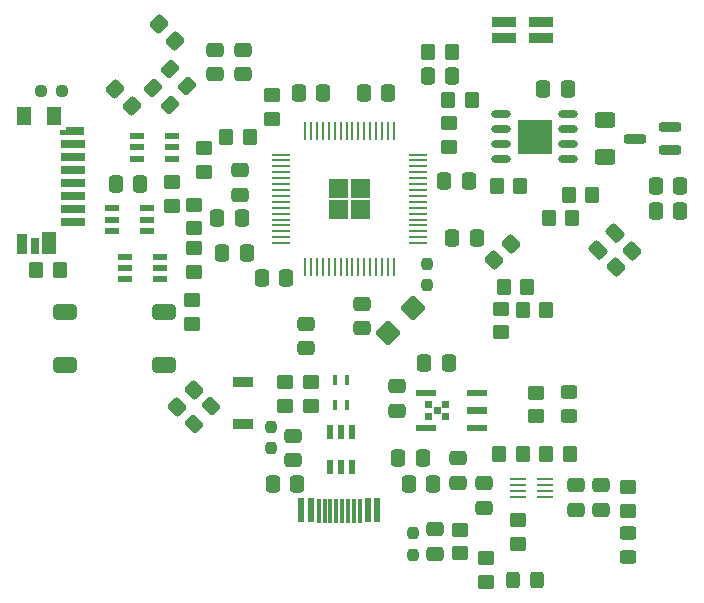
<source format=gbr>
%TF.GenerationSoftware,KiCad,Pcbnew,9.0.3*%
%TF.CreationDate,2026-02-24T03:06:21-05:00*%
%TF.ProjectId,ShamanLink_Rev1,5368616d-616e-44c6-996e-6b5f52657631,rev?*%
%TF.SameCoordinates,Original*%
%TF.FileFunction,Paste,Top*%
%TF.FilePolarity,Positive*%
%FSLAX46Y46*%
G04 Gerber Fmt 4.6, Leading zero omitted, Abs format (unit mm)*
G04 Created by KiCad (PCBNEW 9.0.3) date 2026-02-24 03:06:21*
%MOMM*%
%LPD*%
G01*
G04 APERTURE LIST*
G04 Aperture macros list*
%AMRoundRect*
0 Rectangle with rounded corners*
0 $1 Rounding radius*
0 $2 $3 $4 $5 $6 $7 $8 $9 X,Y pos of 4 corners*
0 Add a 4 corners polygon primitive as box body*
4,1,4,$2,$3,$4,$5,$6,$7,$8,$9,$2,$3,0*
0 Add four circle primitives for the rounded corners*
1,1,$1+$1,$2,$3*
1,1,$1+$1,$4,$5*
1,1,$1+$1,$6,$7*
1,1,$1+$1,$8,$9*
0 Add four rect primitives between the rounded corners*
20,1,$1+$1,$2,$3,$4,$5,0*
20,1,$1+$1,$4,$5,$6,$7,0*
20,1,$1+$1,$6,$7,$8,$9,0*
20,1,$1+$1,$8,$9,$2,$3,0*%
%AMFreePoly0*
4,1,19,0.365000,-0.800000,0.350000,-0.800000,0.350000,-1.205000,0.348079,-1.224509,0.333147,-1.260557,0.305557,-1.288147,0.269509,-1.303079,0.250000,-1.305000,0.020000,-1.305000,0.000491,-1.303079,-0.035557,-1.288147,-0.063147,-1.260557,-0.078079,-1.224509,-0.080000,-1.205000,-0.080000,-0.800000,-0.365000,-0.800000,-0.365000,0.800000,0.365000,0.800000,0.365000,-0.800000,0.365000,-0.800000,
$1*%
G04 Aperture macros list end*
%ADD10C,0.100000*%
%ADD11C,0.000000*%
%ADD12R,0.600000X2.030000*%
%ADD13R,0.300000X2.150000*%
%ADD14R,0.610000X2.030000*%
%ADD15O,1.649999X0.650001*%
%ADD16R,3.000000X3.000000*%
%ADD17R,2.000000X0.700000*%
%ADD18FreePoly0,270.000000*%
%ADD19R,1.200000X1.550000*%
%ADD20R,0.900000X1.800000*%
%ADD21R,0.635000X1.400000*%
%ADD22R,1.200000X1.850000*%
%ADD23R,2.000000X0.900000*%
%ADD24R,1.412800X0.228600*%
%ADD25RoundRect,0.237500X-0.237500X0.250000X-0.237500X-0.250000X0.237500X-0.250000X0.237500X0.250000X0*%
%ADD26RoundRect,0.250000X-0.337500X-0.475000X0.337500X-0.475000X0.337500X0.475000X-0.337500X0.475000X0*%
%ADD27RoundRect,0.250000X0.337500X0.475000X-0.337500X0.475000X-0.337500X-0.475000X0.337500X-0.475000X0*%
%ADD28RoundRect,0.250000X0.475000X-0.337500X0.475000X0.337500X-0.475000X0.337500X-0.475000X-0.337500X0*%
%ADD29RoundRect,0.250000X0.450000X-0.350000X0.450000X0.350000X-0.450000X0.350000X-0.450000X-0.350000X0*%
%ADD30RoundRect,0.250000X-0.450000X0.350000X-0.450000X-0.350000X0.450000X-0.350000X0.450000X0.350000X0*%
%ADD31RoundRect,0.250000X-0.475000X0.337500X-0.475000X-0.337500X0.475000X-0.337500X0.475000X0.337500X0*%
%ADD32R,1.181100X0.558800*%
%ADD33R,1.743000X0.533400*%
%ADD34RoundRect,0.237500X0.250000X0.237500X-0.250000X0.237500X-0.250000X-0.237500X0.250000X-0.237500X0*%
%ADD35RoundRect,0.250000X0.350000X0.450000X-0.350000X0.450000X-0.350000X-0.450000X0.350000X-0.450000X0*%
%ADD36RoundRect,0.250000X0.548008X0.088388X0.088388X0.548008X-0.548008X-0.088388X-0.088388X-0.548008X0*%
%ADD37RoundRect,0.250000X0.450000X-0.325000X0.450000X0.325000X-0.450000X0.325000X-0.450000X-0.325000X0*%
%ADD38R,0.349200X0.856400*%
%ADD39RoundRect,0.240000X-0.791960X0.000000X0.000000X-0.791960X0.791960X0.000000X0.000000X0.791960X0*%
%ADD40RoundRect,0.250000X-0.350000X-0.450000X0.350000X-0.450000X0.350000X0.450000X-0.350000X0.450000X0*%
%ADD41RoundRect,0.250000X-0.088388X0.548008X-0.548008X0.088388X0.088388X-0.548008X0.548008X-0.088388X0*%
%ADD42RoundRect,0.250000X0.097227X-0.574524X0.574524X-0.097227X-0.097227X0.574524X-0.574524X0.097227X0*%
%ADD43RoundRect,0.250000X-0.725000X-0.400000X0.725000X-0.400000X0.725000X0.400000X-0.725000X0.400000X0*%
%ADD44RoundRect,0.237500X0.237500X-0.250000X0.237500X0.250000X-0.237500X0.250000X-0.237500X-0.250000X0*%
%ADD45RoundRect,0.250000X-0.070711X0.565685X-0.565685X0.070711X0.070711X-0.565685X0.565685X-0.070711X0*%
%ADD46RoundRect,0.250000X-0.565685X-0.070711X-0.070711X-0.565685X0.565685X0.070711X0.070711X0.565685X0*%
%ADD47RoundRect,0.250000X0.625000X-0.400000X0.625000X0.400000X-0.625000X0.400000X-0.625000X-0.400000X0*%
%ADD48R,1.549400X0.279400*%
%ADD49R,0.279400X1.549400*%
%ADD50R,1.727200X0.889000*%
%ADD51RoundRect,0.250000X0.070711X-0.565685X0.565685X-0.070711X-0.070711X0.565685X-0.565685X0.070711X0*%
%ADD52R,0.558800X1.181100*%
%ADD53RoundRect,0.250000X0.325000X0.450000X-0.325000X0.450000X-0.325000X-0.450000X0.325000X-0.450000X0*%
%ADD54RoundRect,0.200000X0.750000X0.200000X-0.750000X0.200000X-0.750000X-0.200000X0.750000X-0.200000X0*%
G04 APERTURE END LIST*
D10*
%TO.C,U3*%
X112616900Y-103650000D02*
X112116900Y-103650000D01*
X112116900Y-103150000D01*
X112616900Y-103150000D01*
X112616900Y-103650000D01*
G36*
X112616900Y-103650000D02*
G01*
X112116900Y-103650000D01*
X112116900Y-103150000D01*
X112616900Y-103150000D01*
X112616900Y-103650000D01*
G37*
X112616900Y-104650000D02*
X112116900Y-104650000D01*
X112116900Y-104150000D01*
X112616900Y-104150000D01*
X112616900Y-104650000D01*
G36*
X112616900Y-104650000D02*
G01*
X112116900Y-104650000D01*
X112116900Y-104150000D01*
X112616900Y-104150000D01*
X112616900Y-104650000D01*
G37*
X113366900Y-104150000D02*
X112866900Y-104150000D01*
X112866900Y-103650000D01*
X113366900Y-103650000D01*
X113366900Y-104150000D01*
G36*
X113366900Y-104150000D02*
G01*
X112866900Y-104150000D01*
X112866900Y-103650000D01*
X113366900Y-103650000D01*
X113366900Y-104150000D01*
G37*
X114116900Y-103650000D02*
X113616900Y-103650000D01*
X113616900Y-103150000D01*
X114116900Y-103150000D01*
X114116900Y-103650000D01*
G36*
X114116900Y-103650000D02*
G01*
X113616900Y-103650000D01*
X113616900Y-103150000D01*
X114116900Y-103150000D01*
X114116900Y-103650000D01*
G37*
X114116900Y-104650000D02*
X113616900Y-104650000D01*
X113616900Y-104150000D01*
X114116900Y-104150000D01*
X114116900Y-104650000D01*
G36*
X114116900Y-104650000D02*
G01*
X113616900Y-104650000D01*
X113616900Y-104150000D01*
X114116900Y-104150000D01*
X114116900Y-104650000D01*
G37*
D11*
G36*
X117408800Y-104200000D02*
G01*
X115658800Y-104200000D01*
X115658800Y-103600000D01*
X117408800Y-103600000D01*
X117408800Y-104200000D01*
G37*
%TO.C,U1*%
G36*
X105650000Y-85900000D02*
G01*
X104046600Y-85900000D01*
X104046600Y-84296600D01*
X105650000Y-84296600D01*
X105650000Y-85900000D01*
G37*
G36*
X105650000Y-87703400D02*
G01*
X104046600Y-87703400D01*
X104046600Y-86100000D01*
X105650000Y-86100000D01*
X105650000Y-87703400D01*
G37*
G36*
X107453400Y-85900000D02*
G01*
X105850000Y-85900000D01*
X105850000Y-84296600D01*
X107453400Y-84296600D01*
X107453400Y-85900000D01*
G37*
G36*
X107453400Y-87703400D02*
G01*
X105850000Y-87703400D01*
X105850000Y-86100000D01*
X107453400Y-86100000D01*
X107453400Y-87703400D01*
G37*
%TD*%
D12*
%TO.C,J6*%
X101680000Y-112365000D03*
X102480000Y-112365000D03*
D13*
X103630000Y-112425000D03*
X104630000Y-112425000D03*
X105130000Y-112425000D03*
X106130000Y-112425000D03*
D14*
X108090000Y-112365000D03*
D12*
X107280000Y-112365000D03*
D13*
X106630000Y-112425000D03*
X105630000Y-112425000D03*
X104130000Y-112425000D03*
X103130000Y-112425000D03*
%TD*%
D15*
%TO.C,U2*%
X118600000Y-78830000D03*
X118600000Y-80100000D03*
X118600000Y-81370000D03*
X118600000Y-82640000D03*
X124249999Y-82640000D03*
X124249999Y-81370000D03*
X124249999Y-80100000D03*
X124249999Y-78830000D03*
D16*
X121425001Y-80735000D03*
%TD*%
D17*
%TO.C,J3*%
X82315000Y-87950000D03*
X82315000Y-86850000D03*
X82315000Y-85750000D03*
X82315000Y-84650000D03*
X82315000Y-83550000D03*
X82315000Y-82450000D03*
X82315000Y-81350000D03*
D18*
X82520000Y-80260000D03*
D19*
X80765000Y-78975000D03*
X78175000Y-78975000D03*
D20*
X78025000Y-89800000D03*
D21*
X79142500Y-90000000D03*
D22*
X80325000Y-89775000D03*
%TD*%
D23*
%TO.C,TEST1*%
X121950000Y-71000000D03*
X121950000Y-72400000D03*
X118850000Y-71000000D03*
X118850000Y-72400000D03*
%TD*%
D24*
%TO.C,U4*%
X122300000Y-111200002D03*
X122300000Y-110700001D03*
X122300000Y-110200001D03*
X122300000Y-109700000D03*
X119999998Y-109700000D03*
X119999998Y-110200001D03*
X119999998Y-110700001D03*
X119999998Y-111200002D03*
%TD*%
D25*
%TO.C,FB2*%
X112300000Y-91487500D03*
X112300000Y-93312500D03*
%TD*%
D26*
%TO.C,C4*%
X112062500Y-99900000D03*
X114137500Y-99900000D03*
%TD*%
D27*
%TO.C,C37*%
X133737500Y-87000000D03*
X131662500Y-87000000D03*
%TD*%
D28*
%TO.C,C34*%
X101000000Y-108137500D03*
X101000000Y-106062500D03*
%TD*%
%TO.C,C36*%
X113000000Y-116037500D03*
X113000000Y-113962500D03*
%TD*%
D29*
%TO.C,R33*%
X115100000Y-116000000D03*
X115100000Y-114000000D03*
%TD*%
D27*
%TO.C,C27*%
X124237500Y-76700000D03*
X122162500Y-76700000D03*
%TD*%
%TO.C,C3*%
X101337500Y-110100000D03*
X99262500Y-110100000D03*
%TD*%
%TO.C,C17*%
X111937500Y-107900000D03*
X109862500Y-107900000D03*
%TD*%
D30*
%TO.C,R8*%
X92600000Y-90200000D03*
X92600000Y-92200000D03*
%TD*%
D31*
%TO.C,C16*%
X109800000Y-101862500D03*
X109800000Y-103937500D03*
%TD*%
D30*
%TO.C,R9*%
X90700000Y-84600000D03*
X90700000Y-86600000D03*
%TD*%
D27*
%TO.C,C18*%
X112837500Y-110100000D03*
X110762500Y-110100000D03*
%TD*%
D32*
%TO.C,CR1*%
X90700000Y-82600000D03*
X90700000Y-81649999D03*
X90700000Y-80699998D03*
X87766300Y-80699998D03*
X87766300Y-81649999D03*
X87766300Y-82600000D03*
%TD*%
D33*
%TO.C,U3*%
X116533800Y-105400000D03*
X116533800Y-102400000D03*
X112200000Y-102400000D03*
X112200000Y-105400000D03*
%TD*%
D34*
%TO.C,FB6*%
X81412500Y-76900000D03*
X79587500Y-76900000D03*
%TD*%
D35*
%TO.C,R18*%
X122400000Y-95400000D03*
X120400000Y-95400000D03*
%TD*%
D26*
%TO.C,C41*%
X114462500Y-89300000D03*
X116537500Y-89300000D03*
%TD*%
D36*
%TO.C,RS485RX1*%
X92024784Y-76424784D03*
X90575216Y-74975216D03*
%TD*%
D37*
%TO.C,5V1*%
X124300000Y-104425000D03*
X124300000Y-102375000D03*
%TD*%
D28*
%TO.C,C12*%
X96500000Y-85637500D03*
X96500000Y-83562500D03*
%TD*%
D29*
%TO.C,R14*%
X114200000Y-81600000D03*
X114200000Y-79600000D03*
%TD*%
D26*
%TO.C,C28*%
X112362500Y-75600000D03*
X114437500Y-75600000D03*
%TD*%
D38*
%TO.C,L2*%
X104500002Y-103456400D03*
X104500002Y-101300000D03*
X105500000Y-101300000D03*
X105500000Y-103456400D03*
%TD*%
D31*
%TO.C,C24*%
X124900000Y-110262500D03*
X124900000Y-112337500D03*
%TD*%
D39*
%TO.C,L1*%
X109040000Y-97360000D03*
X111160000Y-95240000D03*
%TD*%
D35*
%TO.C,R21*%
X97300000Y-80800000D03*
X95300000Y-80800000D03*
%TD*%
D40*
%TO.C,R7*%
X118400000Y-107600000D03*
X120400000Y-107600000D03*
%TD*%
D27*
%TO.C,C9*%
X97037500Y-90600000D03*
X94962500Y-90600000D03*
%TD*%
D29*
%TO.C,R35*%
X118600000Y-97300000D03*
X118600000Y-95300000D03*
%TD*%
D30*
%TO.C,R11*%
X93400000Y-81700000D03*
X93400000Y-83700000D03*
%TD*%
D35*
%TO.C,R17*%
X114400000Y-73600000D03*
X112400000Y-73600000D03*
%TD*%
D40*
%TO.C,R6*%
X122400000Y-107600000D03*
X124400000Y-107600000D03*
%TD*%
D41*
%TO.C,MICROSD1*%
X94024784Y-103575216D03*
X92575216Y-105024784D03*
%TD*%
D35*
%TO.C,R26*%
X120200000Y-84900000D03*
X118200000Y-84900000D03*
%TD*%
D31*
%TO.C,C33*%
X106800000Y-94862500D03*
X106800000Y-96937500D03*
%TD*%
D28*
%TO.C,C21*%
X114900000Y-110037500D03*
X114900000Y-107962500D03*
%TD*%
D42*
%TO.C,C42*%
X126766377Y-90333623D03*
X128233623Y-88866377D03*
%TD*%
D43*
%TO.C,SW1*%
X81640000Y-95600000D03*
X90000000Y-95600000D03*
X81640000Y-100100000D03*
X90000000Y-100100000D03*
%TD*%
D44*
%TO.C,FB4*%
X99100000Y-107112500D03*
X99100000Y-105287500D03*
%TD*%
D37*
%TO.C,3V3TARGET1*%
X129300000Y-116325000D03*
X129300000Y-114275000D03*
%TD*%
D30*
%TO.C,R4*%
X102500000Y-101500000D03*
X102500000Y-103500000D03*
%TD*%
D35*
%TO.C,R19*%
X120800000Y-93500000D03*
X118800000Y-93500000D03*
%TD*%
D31*
%TO.C,C39*%
X96700000Y-73362500D03*
X96700000Y-75437500D03*
%TD*%
D32*
%TO.C,CR3*%
X89700000Y-92800002D03*
X89700000Y-91850001D03*
X89700000Y-90900000D03*
X86766300Y-90900000D03*
X86766300Y-91850001D03*
X86766300Y-92800002D03*
%TD*%
D27*
%TO.C,C31*%
X103537500Y-77000000D03*
X101462500Y-77000000D03*
%TD*%
D45*
%TO.C,R30*%
X92592893Y-102178679D03*
X91178679Y-103592893D03*
%TD*%
D46*
%TO.C,R28*%
X85892893Y-76692893D03*
X87307107Y-78107107D03*
%TD*%
D47*
%TO.C,R13*%
X127400000Y-82450000D03*
X127400000Y-79350000D03*
%TD*%
D31*
%TO.C,C40*%
X94400000Y-73362500D03*
X94400000Y-75437500D03*
%TD*%
D40*
%TO.C,R34*%
X79200000Y-92000000D03*
X81200000Y-92000000D03*
%TD*%
D26*
%TO.C,C25*%
X85962500Y-84700000D03*
X88037500Y-84700000D03*
%TD*%
D31*
%TO.C,C22*%
X117100000Y-110062500D03*
X117100000Y-112137500D03*
%TD*%
D26*
%TO.C,C2*%
X98325000Y-92700000D03*
X100400000Y-92700000D03*
%TD*%
%TO.C,C11*%
X106962500Y-77000000D03*
X109037500Y-77000000D03*
%TD*%
D48*
%TO.C,U1*%
X99971500Y-82250000D03*
X99971500Y-82749999D03*
X99971500Y-83250000D03*
X99971500Y-83749999D03*
X99971500Y-84250001D03*
X99971500Y-84750000D03*
X99971500Y-85249999D03*
X99971500Y-85750000D03*
X99971500Y-86250000D03*
X99971500Y-86750001D03*
X99971500Y-87250000D03*
X99971500Y-87749999D03*
X99971500Y-88250001D03*
X99971500Y-88750000D03*
X99971500Y-89250001D03*
X99971500Y-89750000D03*
D49*
X102000000Y-91778500D03*
X102499999Y-91778500D03*
X103000000Y-91778500D03*
X103499999Y-91778500D03*
X104000001Y-91778500D03*
X104500000Y-91778500D03*
X104999999Y-91778500D03*
X105500000Y-91778500D03*
X106000000Y-91778500D03*
X106500001Y-91778500D03*
X107000000Y-91778500D03*
X107499999Y-91778500D03*
X108000001Y-91778500D03*
X108500000Y-91778500D03*
X109000001Y-91778500D03*
X109500000Y-91778500D03*
D48*
X111528500Y-89750000D03*
X111528500Y-89250001D03*
X111528500Y-88750000D03*
X111528500Y-88250001D03*
X111528500Y-87749999D03*
X111528500Y-87250000D03*
X111528500Y-86750001D03*
X111528500Y-86250000D03*
X111528500Y-85750000D03*
X111528500Y-85249999D03*
X111528500Y-84750000D03*
X111528500Y-84250001D03*
X111528500Y-83749999D03*
X111528500Y-83250000D03*
X111528500Y-82749999D03*
X111528500Y-82250000D03*
D49*
X109500000Y-80221500D03*
X109000001Y-80221500D03*
X108500000Y-80221500D03*
X108000001Y-80221500D03*
X107499999Y-80221500D03*
X107000000Y-80221500D03*
X106500001Y-80221500D03*
X106000000Y-80221500D03*
X105500000Y-80221500D03*
X104999999Y-80221500D03*
X104500000Y-80221500D03*
X104000001Y-80221500D03*
X103499999Y-80221500D03*
X103000000Y-80221500D03*
X102499999Y-80221500D03*
X102000000Y-80221500D03*
%TD*%
D32*
%TO.C,CR2*%
X88566850Y-88700000D03*
X88566850Y-87749999D03*
X88566850Y-86799998D03*
X85633150Y-86799998D03*
X85633150Y-87749999D03*
X85633150Y-88700000D03*
%TD*%
D45*
%TO.C,R37*%
X129707107Y-90392893D03*
X128292893Y-91807107D03*
%TD*%
D26*
%TO.C,C10*%
X113762500Y-84500000D03*
X115837500Y-84500000D03*
%TD*%
D50*
%TO.C,F1*%
X96700000Y-101534700D03*
X96700000Y-105065300D03*
%TD*%
D51*
%TO.C,R36*%
X117992893Y-91207107D03*
X119407107Y-89792893D03*
%TD*%
D52*
%TO.C,CR4*%
X104099998Y-108700000D03*
X105049999Y-108700000D03*
X106000000Y-108700000D03*
X106000000Y-105766300D03*
X105049999Y-105766300D03*
X104099998Y-105766300D03*
%TD*%
D40*
%TO.C,R15*%
X114100000Y-77600000D03*
X116100000Y-77600000D03*
%TD*%
D27*
%TO.C,C15*%
X96637500Y-87600000D03*
X94562500Y-87600000D03*
%TD*%
D53*
%TO.C,3V3USB1*%
X121624999Y-118300000D03*
X119575001Y-118300000D03*
%TD*%
D46*
%TO.C,R29*%
X89592893Y-71192893D03*
X91007107Y-72607107D03*
%TD*%
D30*
%TO.C,R24*%
X129300000Y-110400000D03*
X129300000Y-112400000D03*
%TD*%
D31*
%TO.C,C19*%
X127000000Y-110262500D03*
X127000000Y-112337500D03*
%TD*%
D29*
%TO.C,R3*%
X100300000Y-103500000D03*
X100300000Y-101500000D03*
%TD*%
D27*
%TO.C,C38*%
X133737500Y-84900000D03*
X131662500Y-84900000D03*
%TD*%
D54*
%TO.C,D2*%
X132900000Y-81850000D03*
X132900000Y-79950000D03*
X129900000Y-80900000D03*
%TD*%
D30*
%TO.C,R10*%
X99200000Y-77200000D03*
X99200000Y-79200000D03*
%TD*%
D44*
%TO.C,FB3*%
X111100000Y-116112500D03*
X111100000Y-114287500D03*
%TD*%
D35*
%TO.C,R25*%
X126300000Y-85700000D03*
X124300000Y-85700000D03*
%TD*%
D28*
%TO.C,C1*%
X102100000Y-98637500D03*
X102100000Y-96562500D03*
%TD*%
D36*
%TO.C,RS485TX1*%
X90524784Y-78024784D03*
X89075216Y-76575216D03*
%TD*%
D35*
%TO.C,R20*%
X124600000Y-87600000D03*
X122600000Y-87600000D03*
%TD*%
D29*
%TO.C,R22*%
X121500000Y-104400000D03*
X121500000Y-102400000D03*
%TD*%
%TO.C,R12*%
X92600000Y-88500000D03*
X92600000Y-86500000D03*
%TD*%
%TO.C,R5*%
X92400000Y-96600000D03*
X92400000Y-94600000D03*
%TD*%
D30*
%TO.C,R23*%
X117300000Y-116400000D03*
X117300000Y-118400000D03*
%TD*%
D29*
%TO.C,RST1*%
X120000000Y-115200000D03*
X120000000Y-113200000D03*
%TD*%
M02*

</source>
